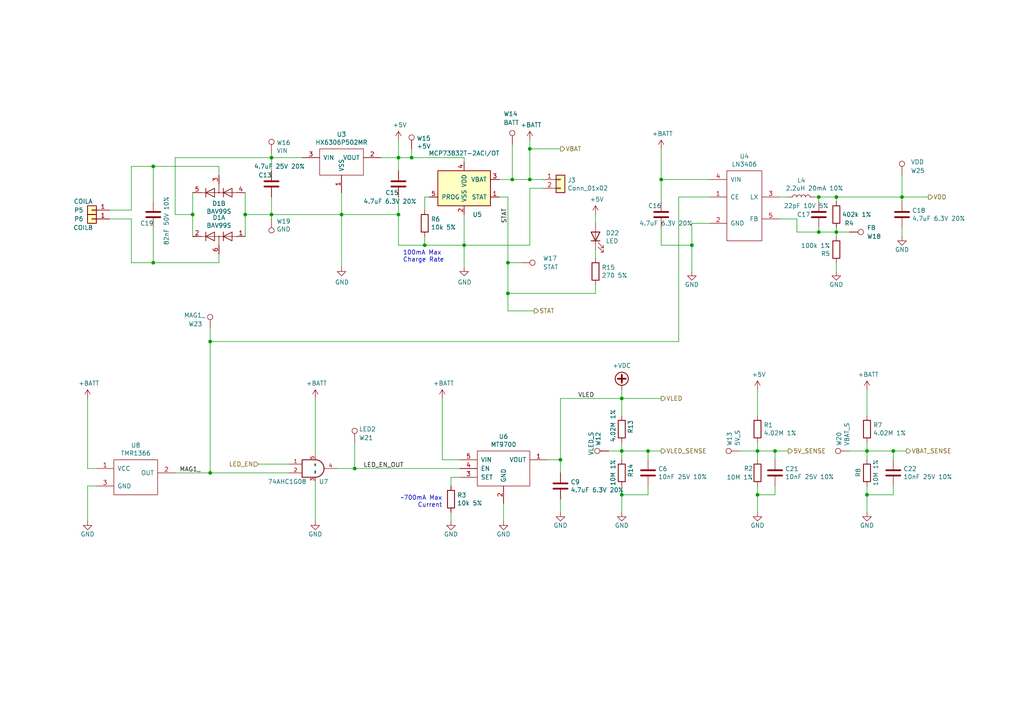
<source format=kicad_sch>
(kicad_sch (version 20211123) (generator eeschema)
  (paper "A4")
  (title_block (title "Pixels D20 Schematic, Power") (date "2020-04-13") (rev "2") (company "Systemic Games, LLC"))
  (lib_symbols
    (symbol "Connector_Generic:Conn_01x01" (pin_names (offset 1.016) hide)
      (property "Reference" "J" (at 0 2.54 0))
      (property "Value" "Conn_01x01" (at 0 -2.54 0))
      (symbol "Conn_01x01_1_1"
        (rectangle (start -1.27 0.127) (end 0 -0.127) (stroke (width 0.1524)))
        (rectangle (start -1.27 1.27) (end 1.27 -1.27) (stroke (width 0.254)) (fill (type background)))
        (pin passive line (at -5.08 0 0) (length 3.81) (name "Pin_1") (number "1"))
      )
    )
    (symbol "Connector_Generic:Conn_01x02" (pin_names (offset 1.016) hide)
      (property "Reference" "J" (at 0 2.54 0))
      (property "Value" "Conn_01x02" (at 0 -5.08 0))
      (symbol "Conn_01x02_1_1"
        (rectangle (start -1.27 -2.413) (end 0 -2.667) (stroke (width 0.1524)))
        (rectangle (start -1.27 0.127) (end 0 -0.127) (stroke (width 0.1524)))
        (rectangle (start -1.27 1.27) (end 1.27 -3.81) (stroke (width 0.254)) (fill (type background)))
        (pin passive line (at -5.08 0 0) (length 3.81) (name "Pin_1") (number "1"))
        (pin passive line (at -5.08 -2.54 0) (length 3.81) (name "Pin_2") (number "2"))
      )
    )
    (symbol "Device:C" (pin_numbers hide) (pin_names (offset 0.254))
      (property "Reference" "C" (at 0.635 2.54 0))
      (property "Value" "C" (at 0.635 -2.54 0))
      (symbol "C_0_1"
        (polyline (pts (xy -2.032 -0.762) (xy 2.032 -0.762)) (stroke (width 0.508)))
        (polyline (pts (xy -2.032 0.762) (xy 2.032 0.762)) (stroke (width 0.508)))
      )
      (symbol "C_1_1"
        (pin passive line (at 0 3.81 270) (length 2.794) (name "~") (number "1"))
        (pin passive line (at 0 -3.81 90) (length 2.794) (name "~") (number "2"))
      )
    )
    (symbol "Device:L" (pin_numbers hide) (pin_names (offset 1.016) hide)
      (property "Reference" "L" (at -1.27 0 90))
      (property "Value" "L" (at 1.905 0 90))
      (symbol "L_0_1"
        (arc (start 0 -2.54) (mid 0.635 -1.905) (end 0 -1.27))
        (arc (start 0 -1.27) (mid 0.635 -0.635) (end 0 0))
        (arc (start 0 0) (mid 0.635 0.635) (end 0 1.27))
        (arc (start 0 1.27) (mid 0.635 1.905) (end 0 2.54))
      )
      (symbol "L_1_1"
        (pin passive line (at 0 3.81 270) (length 1.27) (name "1") (number "1"))
        (pin passive line (at 0 -3.81 90) (length 1.27) (name "2") (number "2"))
      )
    )
    (symbol "Device:LED" (pin_numbers hide) (pin_names (offset 1.016) hide)
      (property "Reference" "D" (at 0 2.54 0))
      (property "Value" "LED" (at 0 -2.54 0))
      (symbol "LED_0_1"
        (polyline (pts (xy -1.27 -1.27) (xy -1.27 1.27)) (stroke (width 0.254)))
        (polyline (pts (xy -1.27 0) (xy 1.27 0)))
        (polyline (pts (xy 1.27 -1.27) (xy 1.27 1.27) (xy -1.27 0) (xy 1.27 -1.27)) (stroke (width 0.254)))
        (polyline (pts (xy -3.048 -0.762) (xy -4.572 -2.286) (xy -3.81 -2.286) (xy -4.572 -2.286) (xy -4.572 -1.524)))
        (polyline (pts (xy -1.778 -0.762) (xy -3.302 -2.286) (xy -2.54 -2.286) (xy -3.302 -2.286) (xy -3.302 -1.524)))
      )
      (symbol "LED_1_1"
        (pin passive line (at -3.81 0 0) (length 2.54) (name "K") (number "1"))
        (pin passive line (at 3.81 0 180) (length 2.54) (name "A") (number "2"))
      )
    )
    (symbol "Device:R" (pin_numbers hide) (pin_names (offset 0))
      (property "Reference" "R" (at 2.032 0 90))
      (property "Value" "R" (at 0 0 90))
      (symbol "R_0_1"
        (rectangle (start -1.016 -2.54) (end 1.016 2.54) (stroke (width 0.254)))
      )
      (symbol "R_1_1"
        (pin passive line (at 0 3.81 270) (length 1.27) (name "~") (number "1"))
        (pin passive line (at 0 -3.81 90) (length 1.27) (name "~") (number "2"))
      )
    )
    (symbol "Pixels-dice:74AHC1G08" (pin_names (offset 1.016))
      (property "Reference" "U" (at -2.54 3.81 0))
      (property "Value" "74AHC1G08" (at 0 -3.81 0))
      (symbol "74AHC1G08_0_1"
        (arc (start 0 -2.54) (mid 2.54 0) (end 0 2.54) (stroke (width 0.254)))
        (polyline (pts (xy 0 -2.54) (xy -3.81 -2.54) (xy -3.81 2.54) (xy 0 2.54)) (stroke (width 0.254)))
      )
      (symbol "74AHC1G08_1_1"
        (pin input line (at -7.62 1.27 0) (length 3.81) (name "~") (number "1"))
        (pin input line (at -7.62 -1.27 0) (length 3.81) (name "~") (number "2"))
        (pin power_in line (at 0 -3.81 90) (length 1.27) (name "GND") (number "3"))
        (pin output line (at 6.35 0 180) (length 3.81) (name "~") (number "4"))
        (pin power_in line (at 0 3.81 270) (length 1.27) (name "VCC") (number "5"))
      )
    )
    (symbol "Pixels-dice:BAV99S-diode" (pin_names (offset 0.0254) hide)
      (property "Reference" "D" (at 0 2.54 0))
      (property "Value" "BAV99S-diode" (at 0 5.08 0))
      (symbol "BAV99S-diode_0_1"
        (polyline (pts (xy -5.08 0) (xy 5.08 0)))
        (polyline (pts (xy 0 0) (xy 0 -2.54)))
        (polyline (pts (xy -1.27 -1.27) (xy -1.27 1.27) (xy -1.27 1.27)) (stroke (width 0.2032)))
        (polyline (pts (xy 3.81 1.27) (xy 3.81 -1.27) (xy 3.81 -1.27)) (stroke (width 0.2032)))
        (polyline (pts (xy -3.81 1.27) (xy -1.27 0) (xy -3.81 -1.27) (xy -3.81 1.27) (xy -3.81 1.27) (xy -3.81 1.27)) (stroke (width 0.2032)))
        (polyline (pts (xy 1.27 1.27) (xy 3.81 0) (xy 1.27 -1.27) (xy 1.27 1.27) (xy 1.27 1.27) (xy 1.27 1.27)) (stroke (width 0.2032)))
        (circle (center 0 0) (radius 0.127))
      )
      (symbol "BAV99S-diode_1_1"
        (polyline (pts (xy 6.35 0) (xy 7.62 0)))
        (pin passive line (at -7.62 0 0) (length 2.54) (name "A1") (number "1"))
        (pin passive line (at 7.62 0 180) (length 2.54) (name "K2") (number "2"))
        (pin passive line (at 0 -5.08 90) (length 2.54) (name "K3A4") (number "6"))
      )
      (symbol "BAV99S-diode_2_1"
        (polyline (pts (xy 6.35 0) (xy 7.62 0)))
        (pin passive line (at 0 -5.08 90) (length 2.54) (name "K1A2") (number "3"))
        (pin passive line (at -7.62 0 0) (length 2.54) (name "A3") (number "4"))
        (pin passive line (at 7.62 0 180) (length 2.54) (name "K4") (number "5"))
      )
    )
    (symbol "Pixels-dice:HX6306P502MR" (pin_names (offset 1.016))
      (property "Reference" "U" (at 3.81 -6.35 0))
      (property "Value" "HX6306P502MR" (at 0 3.81 0))
      (symbol "HX6306P502MR_0_1"
        (rectangle (start -6.35 2.54) (end 6.35 -5.08))
      )
      (symbol "HX6306P502MR_1_1"
        (pin power_in line (at 0 -10.16 90) (length 5.08) (name "VSS") (number "1"))
        (pin power_out line (at 11.43 0 180) (length 5.08) (name "VOUT") (number "2"))
        (pin power_in line (at -11.43 0 0) (length 5.08) (name "VIN") (number "3"))
      )
    )
    (symbol "Pixels-dice:LN3406" (pin_names (offset 1.016))
      (property "Reference" "U" (at 2.54 -11.43 0))
      (property "Value" "LN3406" (at -1.27 11.43 0))
      (symbol "LN3406_0_1"
        (rectangle (start -5.08 10.16) (end 5.08 -10.16))
      )
      (symbol "LN3406_1_1"
        (pin input line (at -10.16 2.54 0) (length 5.08) (name "CE") (number "1"))
        (pin power_in line (at -10.16 -5.08 0) (length 5.08) (name "GND") (number "2"))
        (pin power_out line (at 10.16 2.54 180) (length 5.08) (name "LX") (number "3"))
        (pin power_in line (at -10.16 7.62 0) (length 5.08) (name "VIN") (number "4"))
        (pin input line (at 10.16 -3.81 180) (length 5.08) (name "FB") (number "5"))
      )
    )
    (symbol "Pixels-dice:MCP73831-2-OT-battery_management" (pin_names (offset 1.016))
      (property "Reference" "U" (at -7.62 6.35 0))
      (property "Value" "MCP73831-2-OT-battery_management" (at 1.27 6.35 0))
      (symbol "MCP73831-2-OT-battery_management_0_1"
        (rectangle (start -7.62 5.08) (end 7.62 -5.08) (stroke (width 0.254)) (fill (type background)))
      )
      (symbol "MCP73831-2-OT-battery_management_1_1"
        (pin output line (at 10.16 -2.54 180) (length 2.54) (name "STAT") (number "1"))
        (pin power_in line (at 0 -7.62 90) (length 2.54) (name "VSS") (number "2"))
        (pin power_out line (at 10.16 2.54 180) (length 2.54) (name "VBAT") (number "3"))
        (pin power_in line (at 0 7.62 270) (length 2.54) (name "VDD") (number "4"))
        (pin input line (at -10.16 -2.54 0) (length 2.54) (name "PROG") (number "5"))
      )
    )
    (symbol "Pixels-dice:MT9700" (pin_names (offset 1.016))
      (property "Reference" "U" (at 6.35 -6.35 0))
      (property "Value" "MT9700" (at 0 6.35 0))
      (symbol "MT9700_0_1"
        (rectangle (start -7.62 5.08) (end 7.62 -5.08))
      )
      (symbol "MT9700_1_1"
        (pin power_out line (at 12.7 2.54 180) (length 5.08) (name "VOUT") (number "1"))
        (pin power_in line (at 0 -10.16 90) (length 5.08) (name "GND") (number "2"))
        (pin input line (at -12.7 -2.54 0) (length 5.08) (name "SET") (number "3"))
        (pin input line (at -12.7 0 0) (length 5.08) (name "EN") (number "4"))
        (pin power_in line (at -12.7 2.54 0) (length 5.08) (name "VIN") (number "5"))
      )
    )
    (symbol "Pixels-dice:TEST_1P-conn" (pin_numbers hide) (pin_names (offset 0.762) hide)
      (property "Reference" "W" (at 0 6.858 0))
      (property "Value" "TEST_1P-conn" (at 0 5.08 0))
      (symbol "TEST_1P-conn_0_1"
        (circle (center 0 3.302) (radius 0.762))
      )
      (symbol "TEST_1P-conn_1_1"
        (pin passive line (at 0 0 90) (length 2.54) (name "1") (number "1"))
      )
    )
    (symbol "Pixels-dice:TMR1366" (pin_names (offset 1.016))
      (property "Reference" "U" (at 3.81 -6.35 0))
      (property "Value" "TMR1366" (at 0 6.35 0))
      (symbol "TMR1366_1_1"
        (rectangle (start -6.35 5.08) (end 6.35 -5.08))
        (pin power_in line (at -11.43 2.54 0) (length 5.08) (name "VCC") (number "1"))
        (pin output line (at 11.43 1.27 180) (length 5.08) (name "OUT") (number "2"))
        (pin power_in line (at -11.43 -2.54 0) (length 5.08) (name "GND") (number "3"))
      )
    )
    (symbol "power:+5V" (power) (pin_names (offset 0))
      (property "Value" "+5V" (at 0 3.556 0))
      (symbol "+5V_0_1"
        (polyline (pts (xy -0.762 1.27) (xy 0 2.54)))
        (polyline (pts (xy 0 0) (xy 0 2.54)))
        (polyline (pts (xy 0 2.54) (xy 0.762 1.27)))
      )
      (symbol "+5V_1_1"
        (pin power_in line (at 0 0 90) (length 0) hide (name "+5V") (number "1"))
      )
    )
    (symbol "power:+BATT" (power) (pin_names (offset 0))
      (property "Value" "+BATT" (at 0 3.556 0))
      (symbol "+BATT_0_1"
        (polyline (pts (xy -0.762 1.27) (xy 0 2.54)))
        (polyline (pts (xy 0 0) (xy 0 2.54)))
        (polyline (pts (xy 0 2.54) (xy 0.762 1.27)))
      )
      (symbol "+BATT_1_1"
        (pin power_in line (at 0 0 90) (length 0) hide (name "+BATT") (number "1"))
      )
    )
    (symbol "power:+VDC" (power) (pin_names (offset 0))
      (property "Value" "+VDC" (at 0 6.35 0))
      (symbol "+VDC_0_1"
        (polyline (pts (xy -1.143 3.175) (xy 1.143 3.175)) (stroke (width 0.508)))
        (polyline (pts (xy 0 0) (xy 0 1.27)))
        (polyline (pts (xy 0 2.032) (xy 0 4.318)) (stroke (width 0.508)))
        (circle (center 0 3.175) (radius 1.905) (stroke (width 0.254)))
      )
      (symbol "+VDC_1_1"
        (pin power_in line (at 0 0 90) (length 0) hide (name "+VDC") (number "1"))
      )
    )
    (symbol "power:GND" (power) (pin_names (offset 0))
      (property "Value" "GND" (at 0 -3.81 0))
      (symbol "GND_0_1"
        (polyline (pts (xy 0 0) (xy 0 -1.27) (xy 1.27 -1.27) (xy 0 -2.54) (xy -1.27 -1.27) (xy 0 -1.27)))
      )
      (symbol "GND_1_1"
        (pin power_in line (at 0 0 270) (length 0) hide (name "GND") (number "1"))
      )
    )
  )
  (junction (at 261.62 57.15))
  (junction (at 153.67 52.07))
  (junction (at 102.87 135.89))
  (junction (at 60.96 99.06))
  (junction (at 71.12 62.23))
  (junction (at 242.57 57.15))
  (junction (at 147.32 85.09))
  (junction (at 44.45 76.2))
  (junction (at 78.74 45.72))
  (junction (at 180.34 115.57))
  (junction (at 224.79 130.81))
  (junction (at 134.62 71.12))
  (junction (at 187.96 130.81))
  (junction (at 115.57 45.72))
  (junction (at 55.88 62.23))
  (junction (at 251.46 130.81))
  (junction (at 153.67 43.18))
  (junction (at 200.66 71.12))
  (junction (at 162.56 133.35))
  (junction (at 44.45 48.26))
  (junction (at 219.71 130.81))
  (junction (at 180.34 130.81))
  (junction (at 180.34 143.51))
  (junction (at 60.96 137.16))
  (junction (at 191.77 52.07))
  (junction (at 123.19 71.12))
  (junction (at 78.74 62.23))
  (junction (at 242.57 67.31))
  (junction (at 259.08 130.81))
  (junction (at 147.32 76.2))
  (junction (at 119.38 45.72))
  (junction (at 115.57 62.23))
  (junction (at 251.46 143.51))
  (junction (at 237.49 67.31))
  (junction (at 219.71 143.51))
  (junction (at 148.59 52.07))
  (junction (at 99.06 62.23))
  (junction (at 237.49 57.15))
  (wire (pts (xy 133.35 133.35) (xy 128.27 133.35)))
  (wire (pts (xy 102.87 135.89) (xy 133.35 135.89)))
  (wire (pts (xy 91.44 139.7) (xy 91.44 151.13)))
  (wire (pts (xy 147.32 85.09) (xy 147.32 90.17)))
  (wire (pts (xy 38.1 48.26) (xy 38.1 60.96)))
  (wire (pts (xy 147.32 90.17) (xy 154.94 90.17)))
  (wire (pts (xy 99.06 62.23) (xy 99.06 77.47)))
  (wire (pts (xy 74.93 134.62) (xy 83.82 134.62)))
  (wire (pts (xy 219.71 133.35) (xy 219.71 130.81)))
  (wire (pts (xy 187.96 130.81) (xy 191.77 130.81)))
  (wire (pts (xy 259.08 143.51) (xy 251.46 143.51)))
  (wire (pts (xy 130.81 138.43) (xy 130.81 140.97)))
  (wire (pts (xy 191.77 66.04) (xy 191.77 71.12)))
  (wire (pts (xy 259.08 140.97) (xy 259.08 143.51)))
  (wire (pts (xy 60.96 137.16) (xy 83.82 137.16)))
  (wire (pts (xy 97.79 135.89) (xy 102.87 135.89)))
  (wire (pts (xy 119.38 45.72) (xy 134.62 45.72)))
  (wire (pts (xy 148.59 52.07) (xy 153.67 52.07)))
  (wire (pts (xy 242.57 67.31) (xy 242.57 66.04)))
  (wire (pts (xy 162.56 137.16) (xy 162.56 133.35)))
  (wire (pts (xy 205.74 57.15) (xy 196.85 57.15)))
  (wire (pts (xy 224.79 133.35) (xy 224.79 130.81)))
  (wire (pts (xy 172.72 62.23) (xy 172.72 64.77)))
  (wire (pts (xy 147.32 76.2) (xy 147.32 85.09)))
  (wire (pts (xy 191.77 115.57) (xy 180.34 115.57)))
  (wire (pts (xy 157.48 54.61) (xy 153.67 54.61)))
  (wire (pts (xy 200.66 64.77) (xy 205.74 64.77)))
  (wire (pts (xy 226.06 63.5) (xy 231.14 63.5)))
  (wire (pts (xy 38.1 60.96) (xy 31.75 60.96)))
  (wire (pts (xy 153.67 54.61) (xy 153.67 71.12)))
  (wire (pts (xy 119.38 43.18) (xy 119.38 45.72)))
  (wire (pts (xy 50.8 62.23) (xy 50.8 45.72)))
  (wire (pts (xy 71.12 62.23) (xy 71.12 68.58)))
  (wire (pts (xy 144.78 52.07) (xy 148.59 52.07)))
  (wire (pts (xy 191.77 58.42) (xy 191.77 52.07)))
  (wire (pts (xy 128.27 115.57) (xy 128.27 133.35)))
  (wire (pts (xy 191.77 52.07) (xy 205.74 52.07)))
  (wire (pts (xy 261.62 57.15) (xy 261.62 58.42)))
  (wire (pts (xy 158.75 133.35) (xy 162.56 133.35)))
  (wire (pts (xy 115.57 45.72) (xy 119.38 45.72)))
  (wire (pts (xy 219.71 130.81) (xy 224.79 130.81)))
  (wire (pts (xy 110.49 45.72) (xy 115.57 45.72)))
  (wire (pts (xy 134.62 62.23) (xy 134.62 71.12)))
  (wire (pts (xy 237.49 57.15) (xy 236.22 57.15)))
  (wire (pts (xy 78.74 57.15) (xy 78.74 62.23)))
  (wire (pts (xy 237.49 58.42) (xy 237.49 57.15)))
  (wire (pts (xy 123.19 71.12) (xy 134.62 71.12)))
  (wire (pts (xy 115.57 71.12) (xy 123.19 71.12)))
  (wire (pts (xy 91.44 115.57) (xy 91.44 132.08)))
  (wire (pts (xy 99.06 55.88) (xy 99.06 62.23)))
  (wire (pts (xy 63.5 48.26) (xy 44.45 48.26)))
  (wire (pts (xy 242.57 57.15) (xy 261.62 57.15)))
  (wire (pts (xy 251.46 113.03) (xy 251.46 120.65)))
  (wire (pts (xy 180.34 115.57) (xy 162.56 115.57)))
  (wire (pts (xy 78.74 45.72) (xy 78.74 49.53)))
  (wire (pts (xy 55.88 55.88) (xy 55.88 62.23)))
  (wire (pts (xy 38.1 63.5) (xy 31.75 63.5)))
  (wire (pts (xy 180.34 128.27) (xy 180.34 130.81)))
  (wire (pts (xy 219.71 128.27) (xy 219.71 130.81)))
  (wire (pts (xy 242.57 67.31) (xy 246.38 67.31)))
  (wire (pts (xy 251.46 130.81) (xy 259.08 130.81)))
  (wire (pts (xy 147.32 57.15) (xy 147.32 76.2)))
  (wire (pts (xy 55.88 62.23) (xy 50.8 62.23)))
  (wire (pts (xy 228.6 57.15) (xy 226.06 57.15)))
  (wire (pts (xy 44.45 76.2) (xy 38.1 76.2)))
  (wire (pts (xy 224.79 143.51) (xy 219.71 143.51)))
  (wire (pts (xy 162.56 43.18) (xy 153.67 43.18)))
  (wire (pts (xy 44.45 58.42) (xy 44.45 48.26)))
  (wire (pts (xy 115.57 40.64) (xy 115.57 45.72)))
  (wire (pts (xy 172.72 85.09) (xy 147.32 85.09)))
  (wire (pts (xy 200.66 64.77) (xy 200.66 71.12)))
  (wire (pts (xy 180.34 113.03) (xy 180.34 115.57)))
  (wire (pts (xy 231.14 63.5) (xy 231.14 67.31)))
  (wire (pts (xy 231.14 67.31) (xy 237.49 67.31)))
  (wire (pts (xy 224.79 140.97) (xy 224.79 143.51)))
  (wire (pts (xy 50.8 45.72) (xy 78.74 45.72)))
  (wire (pts (xy 172.72 82.55) (xy 172.72 85.09)))
  (wire (pts (xy 157.48 52.07) (xy 153.67 52.07)))
  (wire (pts (xy 259.08 130.81) (xy 262.89 130.81)))
  (wire (pts (xy 71.12 55.88) (xy 71.12 62.23)))
  (wire (pts (xy 180.34 130.81) (xy 187.96 130.81)))
  (wire (pts (xy 180.34 143.51) (xy 180.34 148.59)))
  (wire (pts (xy 242.57 57.15) (xy 237.49 57.15)))
  (wire (pts (xy 134.62 71.12) (xy 134.62 77.47)))
  (wire (pts (xy 251.46 143.51) (xy 251.46 148.59)))
  (wire (pts (xy 55.88 62.23) (xy 55.88 68.58)))
  (wire (pts (xy 78.74 62.23) (xy 71.12 62.23)))
  (wire (pts (xy 44.45 48.26) (xy 38.1 48.26)))
  (wire (pts (xy 146.05 146.05) (xy 146.05 151.13)))
  (wire (pts (xy 261.62 57.15) (xy 269.24 57.15)))
  (wire (pts (xy 134.62 46.99) (xy 134.62 45.72)))
  (wire (pts (xy 63.5 73.66) (xy 63.5 76.2)))
  (wire (pts (xy 214.63 130.81) (xy 219.71 130.81)))
  (wire (pts (xy 60.96 95.25) (xy 60.96 99.06)))
  (wire (pts (xy 123.19 57.15) (xy 123.19 60.96)))
  (wire (pts (xy 153.67 43.18) (xy 153.67 40.64)))
  (wire (pts (xy 242.57 58.42) (xy 242.57 57.15)))
  (wire (pts (xy 200.66 71.12) (xy 200.66 78.74)))
  (wire (pts (xy 219.71 143.51) (xy 219.71 148.59)))
  (wire (pts (xy 196.85 57.15) (xy 196.85 99.06)))
  (wire (pts (xy 133.35 138.43) (xy 130.81 138.43)))
  (wire (pts (xy 219.71 120.65) (xy 219.71 113.03)))
  (wire (pts (xy 172.72 72.39) (xy 172.72 74.93)))
  (wire (pts (xy 242.57 67.31) (xy 242.57 68.58)))
  (wire (pts (xy 246.38 130.81) (xy 251.46 130.81)))
  (wire (pts (xy 115.57 62.23) (xy 115.57 71.12)))
  (wire (pts (xy 251.46 130.81) (xy 251.46 133.35)))
  (wire (pts (xy 25.4 135.89) (xy 27.94 135.89)))
  (wire (pts (xy 191.77 71.12) (xy 200.66 71.12)))
  (wire (pts (xy 134.62 71.12) (xy 153.67 71.12)))
  (wire (pts (xy 115.57 62.23) (xy 115.57 57.15)))
  (wire (pts (xy 151.13 76.2) (xy 147.32 76.2)))
  (wire (pts (xy 60.96 99.06) (xy 196.85 99.06)))
  (wire (pts (xy 180.34 115.57) (xy 180.34 120.65)))
  (wire (pts (xy 162.56 115.57) (xy 162.56 133.35)))
  (wire (pts (xy 180.34 130.81) (xy 180.34 133.35)))
  (wire (pts (xy 78.74 62.23) (xy 99.06 62.23)))
  (wire (pts (xy 63.5 50.8) (xy 63.5 48.26)))
  (wire (pts (xy 60.96 99.06) (xy 60.96 137.16)))
  (wire (pts (xy 176.53 130.81) (xy 180.34 130.81)))
  (wire (pts (xy 115.57 45.72) (xy 115.57 49.53)))
  (wire (pts (xy 130.81 148.59) (xy 130.81 151.13)))
  (wire (pts (xy 180.34 140.97) (xy 180.34 143.51)))
  (wire (pts (xy 25.4 115.57) (xy 25.4 135.89)))
  (wire (pts (xy 187.96 130.81) (xy 187.96 133.35)))
  (wire (pts (xy 38.1 76.2) (xy 38.1 63.5)))
  (wire (pts (xy 144.78 57.15) (xy 147.32 57.15)))
  (wire (pts (xy 162.56 144.78) (xy 162.56 148.59)))
  (wire (pts (xy 78.74 63.5) (xy 78.74 62.23)))
  (wire (pts (xy 27.94 140.97) (xy 25.4 140.97)))
  (wire (pts (xy 237.49 67.31) (xy 237.49 66.04)))
  (wire (pts (xy 224.79 130.81) (xy 228.6 130.81)))
  (wire (pts (xy 153.67 52.07) (xy 153.67 43.18)))
  (wire (pts (xy 25.4 140.97) (xy 25.4 151.13)))
  (wire (pts (xy 124.46 57.15) (xy 123.19 57.15)))
  (wire (pts (xy 78.74 45.72) (xy 87.63 45.72)))
  (wire (pts (xy 148.59 41.91) (xy 148.59 52.07)))
  (wire (pts (xy 99.06 62.23) (xy 115.57 62.23)))
  (wire (pts (xy 63.5 76.2) (xy 44.45 76.2)))
  (wire (pts (xy 237.49 67.31) (xy 242.57 67.31)))
  (wire (pts (xy 259.08 130.81) (xy 259.08 133.35)))
  (wire (pts (xy 191.77 43.18) (xy 191.77 52.07)))
  (wire (pts (xy 261.62 66.04) (xy 261.62 68.58)))
  (wire (pts (xy 44.45 66.04) (xy 44.45 76.2)))
  (wire (pts (xy 242.57 76.2) (xy 242.57 78.74)))
  (wire (pts (xy 123.19 68.58) (xy 123.19 71.12)))
  (wire (pts (xy 187.96 140.97) (xy 187.96 143.51)))
  (wire (pts (xy 102.87 128.27) (xy 102.87 135.89)))
  (wire (pts (xy 261.62 50.8) (xy 261.62 57.15)))
  (wire (pts (xy 78.74 44.45) (xy 78.74 45.72)))
  (wire (pts (xy 251.46 140.97) (xy 251.46 143.51)))
  (wire (pts (xy 187.96 143.51) (xy 180.34 143.51)))
  (wire (pts (xy 251.46 128.27) (xy 251.46 130.81)))
  (wire (pts (xy 219.71 140.97) (xy 219.71 143.51)))
  (wire (pts (xy 50.8 137.16) (xy 60.96 137.16)))
  (text "~700mA Max\nCurrent" (at 128.27 147.32 180) (effects (font (size 1.27 1.27)) (justify right bottom)))
  (text "100mA Max\nCharge Rate" (at 116.84 76.2 0) (effects (font (size 1.27 1.27)) (justify left bottom)))
  (label "MAG1_" (at 52.07 137.16 0))
  (label "LED_EN_OUT" (at 105.41 135.89 0))
  (label "VLED" (at 167.64 115.57 0))
  (label "STAT" (at 147.32 64.77 90))
  (hierarchical_label "VBAT_SENSE" (shape output) (at 262.89 130.81 0))
  (hierarchical_label "VBAT" (shape output) (at 162.56 43.18 0))
  (hierarchical_label "VLED_SENSE" (shape output) (at 191.77 130.81 0))
  (hierarchical_label "VLED" (shape output) (at 191.77 115.57 0))
  (hierarchical_label "VDD" (shape output) (at 269.24 57.15 0))
  (hierarchical_label "STAT" (shape output) (at 154.94 90.17 0))
  (hierarchical_label "LED_EN" (shape input) (at 74.93 134.62 180))
  (hierarchical_label "5V_SENSE" (shape output) (at 228.6 130.81 0))
  (symbol (lib_id "Pixels-dice:TEST_1P-conn") (at 78.74 44.45 0) (unit 1)
    (property "Reference" "W16" (at 80.2132 41.402 0) (effects (justify left)))
    (property "Value" "VIN" (at 80.2132 43.7134 0) (effects (justify left)))
    (property "Footprint" "Pixels-dice:TEST_PIN" (effects hide))
  )
  (symbol (lib_id "Pixels-dice:TEST_1P-conn") (at 78.74 63.5 180) (unit 1)
    (property "Reference" "W19" (at 80.2132 64.1858 0) (effects (justify right)))
    (property "Value" "GND" (at 80.2132 66.4972 0) (effects (justify right)))
    (property "Footprint" "Pixels-dice:TEST_PIN" (effects hide))
  )
  (symbol (lib_id "Pixels-dice:TEST_1P-conn") (at 119.38 43.18 0) (unit 1)
    (property "Reference" "W15" (at 120.8532 40.132 0) (effects (justify left)))
    (property "Value" "+5V" (at 120.8532 42.4434 0) (effects (justify left)))
    (property "Footprint" "Pixels-dice:TEST_PIN" (effects hide))
  )
  (symbol (lib_id "Pixels-dice:TEST_1P-conn") (at 148.59 41.91 0) (unit 1)
    (property "Reference" "W14" (at 146.05 33.02 0) (effects (justify left)))
    (property "Value" "BATT" (at 146.05 35.56 0) (effects (justify left)))
    (property "Footprint" "Pixels-dice:TEST_PIN" (effects hide))
  )
  (symbol (lib_id "Pixels-dice:TEST_1P-conn") (at 246.38 67.31 270) (unit 1)
    (property "Reference" "W18" (at 251.46 68.58 90) (effects (justify left)))
    (property "Value" "FB" (at 251.46 66.04 90) (effects (justify left)))
    (property "Footprint" "Pixels-dice:TEST_PIN" (effects hide))
  )
  (symbol (lib_id "Pixels-dice:TEST_1P-conn") (at 102.87 128.27 0) (unit 1)
    (property "Reference" "W21" (at 104.14 127 0) (effects (justify left)))
    (property "Value" "LED2" (at 104.14 124.46 0) (effects (justify left)))
    (property "Footprint" "Pixels-dice:TEST_PIN" (effects hide))
  )
  (symbol (lib_id "power:+BATT") (at 128.27 115.57 0) (unit 1)
    (property "Reference" "#PWR033" (effects hide))
    (property "Value" "+BATT" (at 128.651 111.1758 0))
  )
  (symbol (lib_id "Connector_Generic:Conn_01x01") (at 26.67 60.96 180) (unit 1)
    (property "Reference" "P5" (at 22.86 60.96 0))
    (property "Value" "COILA" (at 24.13 58.42 0))
    (property "Footprint" "TestPoint:TestPoint_THTPad_D1.5mm_Drill0.7mm" (effects hide))
  )
  (symbol (lib_id "Connector_Generic:Conn_01x01") (at 26.67 63.5 180) (unit 1)
    (property "Reference" "P6" (at 22.86 63.5 0))
    (property "Value" "COILB" (at 24.13 66.04 0))
    (property "Footprint" "TestPoint:TestPoint_THTPad_D1.5mm_Drill0.7mm" (effects hide))
  )
  (symbol (lib_id "Device:L") (at 232.41 57.15 90) (unit 1)
    (property "Reference" "L4" (at 232.41 52.324 90))
    (property "Value" "2.2uH 20mA 10%" (at 236.22 54.61 90))
    (property "Footprint" "Inductor_SMD:L_0805_2012Metric" (effects hide))
    (property "Generic OK" "YES" (effects hide))
    (property "Pixels Part Number" "SMD-L004" (effects hide))
    (property "Manufacturer" "Bourns" (effects hide))
    (property "Manufacturer Part Number" "CV201210-2R2K" (effects hide))
  )
  (symbol (lib_id "Device:C") (at 261.62 62.23 0) (unit 1)
    (property "Reference" "C18" (at 264.541 61.0616 0) (effects (justify left)))
    (property "Value" "4.7uF 6.3V 20%" (at 264.541 63.373 0) (effects (justify left)))
    (property "Footprint" "Capacitor_SMD:C_0402_1005Metric" (effects hide))
    (property "Generic OK" "YES" (effects hide))
    (property "Pixels Part Number" "SMD-C002" (effects hide))
    (property "Manufacturer" "Murata" (effects hide))
    (property "Manufacturer Part Number" "GRM155R60J475ME87D" (effects hide))
  )
  (symbol (lib_id "power:GND") (at 261.62 68.58 0) (unit 1)
    (property "Reference" "#PWR028" (effects hide))
    (property "Value" "GND" (at 261.62 72.39 0))
  )
  (symbol (lib_id "power:GND") (at 200.66 78.74 0) (unit 1)
    (property "Reference" "#PWR029" (effects hide))
    (property "Value" "GND" (at 200.66 82.55 0))
  )
  (symbol (lib_id "Pixels-dice:LN3406") (at 215.9 59.69 0)
    (property "Reference" "U4" (at 215.9 45.339 0))
    (property "Value" "LN3406" (at 215.9 47.6504 0))
    (property "Footprint" "Pixels-dice:SOT-23-5" (effects hide))
    (property "Generic OK" "NO" (effects hide))
    (property "Manufacturer" "NATLINEAR" (effects hide))
    (property "Manufacturer Part Number" "XT3406AFMR-G" (effects hide))
    (property "Pixels Part Number" "SMD-U004-ALT1" (effects hide))
  )
  (symbol (lib_id "power:GND") (at 146.05 151.13 0) (unit 1)
    (property "Reference" "#PWR038" (effects hide))
    (property "Value" "GND" (at 146.05 154.94 0))
  )
  (symbol (lib_id "Device:C") (at 237.49 62.23 0)
    (property "Reference" "C17" (at 231.14 62.23 0) (effects (justify left)))
    (property "Value" "22pF 10V 5%" (at 227.33 59.69 0) (effects (justify left)))
    (property "Footprint" "Capacitor_SMD:C_0402_1005Metric" (effects hide))
    (property "Generic OK" "YES" (effects hide))
    (property "Pixels Part Number" "SMD-C007" (effects hide))
    (property "Manufacturer" "Yageo" (effects hide))
    (property "Manufacturer Part Number" "CC0402JRNPO9BN220" (effects hide))
  )
  (symbol (lib_id "Device:R") (at 242.57 72.39 180) (unit 1)
    (property "Reference" "R5" (at 240.792 73.5584 0) (effects (justify left)))
    (property "Value" "100k 1%" (at 240.792 71.247 0) (effects (justify left)))
    (property "Footprint" "Resistor_SMD:R_0402_1005Metric" (effects hide))
    (property "Generic OK" "YES" (effects hide))
    (property "Pixels Part Number" "SMD-R006" (effects hide))
    (property "Manufacturer" "Vishay" (effects hide))
    (property "Manufacturer Part Number" "CRCW0402100KFKEDC" (effects hide))
  )
  (symbol (lib_id "Device:R") (at 242.57 62.23 180) (unit 1)
    (property "Reference" "R4" (at 247.65 64.77 0) (effects (justify left)))
    (property "Value" "402k 1%" (at 252.73 62.23 0) (effects (justify left)))
    (property "Footprint" "Resistor_SMD:R_0402_1005Metric" (effects hide))
    (property "Generic OK" "YES" (effects hide))
    (property "Pixels Part Number" "SMD-R001" (effects hide))
    (property "Manufacturer" "Yageo" (effects hide))
    (property "Manufacturer Part Number" "RC0402FR-07402KL" (effects hide))
  )
  (symbol (lib_id "Device:R") (at 251.46 124.46 0) (unit 1)
    (property "Reference" "R7" (at 253.238 123.2916 0) (effects (justify left)))
    (property "Value" "4.02M 1%" (at 253.238 125.603 0) (effects (justify left)))
    (property "Footprint" "Resistor_SMD:R_0402_1005Metric" (effects hide))
    (property "Generic OK" "YES" (effects hide))
    (property "Pixels Part Number" "SMD-R003" (effects hide))
    (property "Manufacturer" "Vishay" (effects hide))
    (property "Manufacturer Part Number" "CRCW04024M02FKED" (effects hide))
  )
  (symbol (lib_id "Device:R") (at 251.46 137.16 0) (unit 1)
    (property "Reference" "R8" (at 248.92 138.43 90) (effects (justify left)))
    (property "Value" "10M 1%" (at 254 140.97 90) (effects (justify left)))
    (property "Footprint" "Resistor_SMD:R_0402_1005Metric" (effects hide))
    (property "Generic OK" "YES" (effects hide))
    (property "Pixels Part Number" "SMD-R004" (effects hide))
    (property "Manufacturer" "Yageo" (effects hide))
    (property "Manufacturer Part Number" "RC0402FR-0710ML" (effects hide))
  )
  (symbol (lib_id "Device:C") (at 259.08 137.16 0) (unit 1)
    (property "Reference" "C22" (at 262.001 135.9916 0) (effects (justify left)))
    (property "Value" "10nF 25V 10%" (at 262.001 138.303 0) (effects (justify left)))
    (property "Footprint" "Capacitor_SMD:C_0402_1005Metric" (effects hide))
    (property "Generic OK" "YES" (effects hide))
    (property "Pixels Part Number" "SMD-C009" (effects hide))
    (property "Manufacturer" "Yageo" (effects hide))
    (property "Manufacturer Part Number" "AC0402KPX7R9BB103" (effects hide))
  )
  (symbol (lib_id "power:GND") (at 251.46 148.59 0) (unit 1)
    (property "Reference" "#PWR041" (effects hide))
    (property "Value" "GND" (at 251.46 152.4 0))
  )
  (symbol (lib_id "power:GND") (at 242.57 78.74 0) (unit 1)
    (property "Reference" "#PWR030" (effects hide))
    (property "Value" "GND" (at 242.57 82.55 0))
  )
  (symbol (lib_id "power:GND") (at 25.4 151.13 0) (unit 1)
    (property "Reference" "#PWR039" (effects hide))
    (property "Value" "GND" (at 25.4 154.94 0))
  )
  (symbol (lib_id "Device:C") (at 191.77 62.23 0) (unit 1)
    (property "Reference" "C16" (at 187.96 59.69 0) (effects (justify left)))
    (property "Value" "4.7uF 6.3V 20%" (at 185.42 64.77 0) (effects (justify left)))
    (property "Footprint" "Capacitor_SMD:C_0402_1005Metric" (effects hide))
    (property "Generic OK" "YES" (effects hide))
    (property "Pixels Part Number" "SMD-C002" (effects hide))
    (property "Manufacturer" "Murata" (effects hide))
    (property "Manufacturer Part Number" "GRM155R60J475ME87D" (effects hide))
  )
  (symbol (lib_id "Pixels-dice:BAV99S-diode") (at 63.5 68.58 0) (mirror y) (unit 1)
    (property "Reference" "D1" (at 63.5 63.0936 0))
    (property "Value" "BAV99S" (at 63.5 65.405 0))
    (property "Footprint" "Package_TO_SOT_SMD:SOT-363_SC-70-6" (effects hide))
    (property "Datasheet" "https://assets.nexperia.com/documents/data-sheet/BAV99_SER.pdf" (effects hide))
    (property "Generic OK" "YES" (effects hide))
    (property "Manufacturer" "Infineon" (effects hide))
    (property "Manufacturer Part Number" "BAV99SH6327XTSA1" (effects hide))
    (property "Pixels Part Number" "SMD-D001" (effects hide))
  )
  (symbol (lib_id "Pixels-dice:BAV99S-diode") (at 63.5 55.88 180) (unit 2)
    (property "Reference" "D1" (at 63.5 59.0296 0))
    (property "Value" "BAV99S" (at 63.5 61.341 0))
    (property "Footprint" "Package_TO_SOT_SMD:SOT-363_SC-70-6" (effects hide))
    (property "Datasheet" "https://assets.nexperia.com/documents/data-sheet/BAV99_SER.pdf" (effects hide))
    (property "Generic OK" "YES" (effects hide))
    (property "Manufacturer" "Infineon" (effects hide))
    (property "Manufacturer Part Number" "BAV99SH6327XTSA1" (effects hide))
    (property "Pixels Part Number" "SMD-D001" (effects hide))
  )
  (symbol (lib_id "Device:C") (at 44.45 62.23 0) (unit 1)
    (property "Reference" "C19" (at 40.64 64.77 0) (effects (justify left)))
    (property "Value" "82nF 50V 10%" (at 48.26 71.12 90) (effects (justify left)))
    (property "Footprint" "Capacitor_SMD:C_0402_1005Metric" (effects hide))
    (property "Generic OK" "YES" (effects hide))
    (property "Pixels Part Number" "SMD-C011" (effects hide))
    (property "Manufacturer" "Murata" (effects hide))
    (property "Manufacturer Part Number" "GRM155R71H823KE14D" (effects hide))
  )
  (symbol (lib_id "Device:C") (at 78.74 53.34 0) (unit 1)
    (property "Reference" "C13" (at 74.93 50.8 0) (effects (justify left)))
    (property "Value" "4.7uF 25V 20%" (at 73.66 48.26 0) (effects (justify left)))
    (property "Footprint" "Capacitor_SMD:C_0603_1608Metric" (effects hide))
    (property "Generic OK" "YES" (effects hide))
    (property "Pixels Part Number" "SMD-C010" (effects hide))
    (property "Manufacturer" "Murata" (effects hide))
    (property "Manufacturer Part Number" "GRM188R61E475KE11D" (effects hide))
  )
  (symbol (lib_id "power:GND") (at 99.06 77.47 0) (unit 1)
    (property "Reference" "#PWR031" (effects hide))
    (property "Value" "GND" (at 99.187 81.8642 0))
  )
  (symbol (lib_id "Device:C") (at 115.57 53.34 0) (unit 1)
    (property "Reference" "C15" (at 111.76 55.88 0) (effects (justify left)))
    (property "Value" "4.7uF 6.3V 20%" (at 105.41 58.42 0) (effects (justify left)))
    (property "Footprint" "Capacitor_SMD:C_0402_1005Metric" (effects hide))
    (property "Generic OK" "YES" (effects hide))
    (property "Pixels Part Number" "SMD-C002" (effects hide))
    (property "Manufacturer" "Murata" (effects hide))
    (property "Manufacturer Part Number" "GRM155R60J475ME87D" (effects hide))
  )
  (symbol (lib_id "power:+5V") (at 115.57 40.64 0) (unit 1)
    (property "Reference" "#PWR027" (effects hide))
    (property "Value" "+5V" (at 115.951 36.2458 0))
  )
  (symbol (lib_id "Pixels-dice:MCP73831-2-OT-battery_management") (at 134.62 54.61 0) (unit 1)
    (property "Reference" "U5" (at 138.43 62.23 0))
    (property "Value" "MCP73832T-2ACI/OT" (at 134.62 44.45 0))
    (property "Footprint" "Package_TO_SOT_SMD:SOT-23-5" (effects hide))
    (property "Datasheet" "http://ww1.microchip.com/downloads/en/DeviceDoc/20001984g.pdf" (effects hide))
    (property "Generic OK" "NO" (effects hide))
    (property "Manufacturer" "Microchip" (effects hide))
    (property "Manufacturer Part Number" "MCP73832T-2ACI/OT" (effects hide))
    (property "Pixels Part Number" "SMD-U005" (effects hide))
  )
  (symbol (lib_id "Device:R") (at 123.19 64.77 0) (unit 1)
    (property "Reference" "R6" (at 124.968 63.6016 0) (effects (justify left)))
    (property "Value" "10k 5%" (at 124.968 65.913 0) (effects (justify left)))
    (property "Footprint" "Resistor_SMD:R_0402_1005Metric" (effects hide))
    (property "Generic OK" "YES" (effects hide))
    (property "Pixels Part Number" "SMD-R002" (effects hide))
    (property "Manufacturer" "Yageo" (effects hide))
    (property "Manufacturer Part Number" "RC0402JR-0710KL" (effects hide))
  )
  (symbol (lib_id "power:GND") (at 134.62 77.47 0) (unit 1)
    (property "Reference" "#PWR032" (effects hide))
    (property "Value" "GND" (at 134.747 81.8642 0))
  )
  (symbol (lib_id "power:+BATT") (at 153.67 40.64 0) (unit 1)
    (property "Reference" "#PWR026" (effects hide))
    (property "Value" "+BATT" (at 154.051 36.2458 0))
  )
  (symbol (lib_id "power:+BATT") (at 191.77 43.18 0) (unit 1)
    (property "Reference" "#PWR025" (effects hide))
    (property "Value" "+BATT" (at 192.151 38.7858 0))
  )
  (symbol (lib_id "power:+BATT") (at 25.4 115.57 0) (unit 1)
    (property "Reference" "#PWR036" (effects hide))
    (property "Value" "+BATT" (at 25.781 111.1758 0))
  )
  (symbol (lib_id "power:+BATT") (at 251.46 113.03 0) (unit 1)
    (property "Reference" "#PWR035" (effects hide))
    (property "Value" "+BATT" (at 251.841 108.6358 0))
  )
  (symbol (lib_id "Pixels-dice:TEST_1P-conn") (at 60.96 95.25 0) (unit 1)
    (property "Reference" "W23" (at 54.61 93.98 0) (effects (justify left)))
    (property "Value" "MAG1_" (at 53.34 91.44 0) (effects (justify left)))
    (property "Footprint" "Pixels-dice:TEST_PIN" (effects hide))
  )
  (symbol (lib_id "Pixels-dice:74AHC1G08") (at 91.44 135.89 0) (unit 1)
    (property "Reference" "U7" (at 95.25 139.7 0) (effects (justify right)))
    (property "Value" "74AHC1G08" (at 88.9 139.7 0) (effects (justify right)))
    (property "Footprint" "Pixels-dice:SOT-353_SC-70-5" (effects hide))
    (property "Datasheet" "http://www.ti.com/lit/sg/scyt129e/scyt129e.pdf" (effects hide))
    (property "Generic OK" "YES" (effects hide))
    (property "Manufacturer" "Texas Instruments" (effects hide))
    (property "Manufacturer Part Number" "SN74AHC1G08DCKR" (effects hide))
    (property "Pixels Part Number" "SMD-U007" (effects hide))
  )
  (symbol (lib_id "power:+BATT") (at 91.44 115.57 0) (unit 1)
    (property "Reference" "#PWR020" (effects hide))
    (property "Value" "+BATT" (at 91.821 111.1758 0))
  )
  (symbol (lib_id "power:GND") (at 91.44 151.13 0) (unit 1)
    (property "Reference" "#PWR034" (effects hide))
    (property "Value" "GND" (at 91.44 154.94 0))
  )
  (symbol (lib_id "Device:R") (at 219.71 137.16 180) (unit 1)
    (property "Reference" "R2" (at 218.44 135.89 0) (effects (justify left)))
    (property "Value" "10M 1%" (at 218.44 138.43 0) (effects (justify left)))
    (property "Footprint" "Resistor_SMD:R_0402_1005Metric" (effects hide))
    (property "Generic OK" "YES" (effects hide))
    (property "Pixels Part Number" "SMD-R004" (effects hide))
    (property "Manufacturer" "Yageo" (effects hide))
    (property "Manufacturer Part Number" "RC0402FR-0710ML" (effects hide))
  )
  (symbol (lib_id "Device:R") (at 219.71 124.46 0) (unit 1)
    (property "Reference" "R1" (at 221.488 123.2916 0) (effects (justify left)))
    (property "Value" "4.02M 1%" (at 221.488 125.603 0) (effects (justify left)))
    (property "Footprint" "Resistor_SMD:R_0402_1005Metric" (effects hide))
    (property "Generic OK" "YES" (effects hide))
    (property "Pixels Part Number" "SMD-R003" (effects hide))
    (property "Manufacturer" "Vishay" (effects hide))
    (property "Manufacturer Part Number" "CRCW04024M02FKED" (effects hide))
  )
  (symbol (lib_id "power:GND") (at 219.71 148.59 0) (unit 1)
    (property "Reference" "#PWR010" (effects hide))
    (property "Value" "GND" (at 219.71 152.4 0))
  )
  (symbol (lib_id "Pixels-dice:TEST_1P-conn") (at 214.63 130.81 90) (unit 1)
    (property "Reference" "W13" (at 211.582 129.3368 0) (effects (justify left)))
    (property "Value" "5V_S" (at 213.8934 129.3368 0) (effects (justify left)))
    (property "Footprint" "Pixels-dice:TEST_PIN" (effects hide))
  )
  (symbol (lib_id "Pixels-dice:TEST_1P-conn") (at 261.62 50.8 0) (unit 1)
    (property "Reference" "W25" (at 264.16 49.53 0) (effects (justify left)))
    (property "Value" "VDD" (at 264.16 46.99 0) (effects (justify left)))
    (property "Footprint" "Pixels-dice:TEST_PIN" (effects hide))
  )
  (symbol (lib_id "Pixels-dice:TEST_1P-conn") (at 151.13 76.2 270) (unit 1)
    (property "Reference" "W17" (at 157.48 74.93 90) (effects (justify left)))
    (property "Value" "STAT" (at 157.48 77.47 90) (effects (justify left)))
    (property "Footprint" "Pixels-dice:TEST_PIN" (effects hide))
  )
  (symbol (lib_id "power:+5V") (at 219.71 113.03 0) (unit 1)
    (property "Reference" "#PWR086" (effects hide))
    (property "Value" "+5V" (at 220.091 108.6358 0))
  )
  (symbol (lib_id "Device:R") (at 180.34 124.46 0) (unit 1)
    (property "Reference" "R13" (at 182.88 125.73 90) (effects (justify left)))
    (property "Value" "4.02M 1%" (at 177.8 128.27 90) (effects (justify left)))
    (property "Footprint" "Resistor_SMD:R_0402_1005Metric" (effects hide))
    (property "Generic OK" "YES" (effects hide))
    (property "Pixels Part Number" "SMD-R003" (effects hide))
    (property "Manufacturer" "Vishay" (effects hide))
    (property "Manufacturer Part Number" "CRCW04024M02FKED" (effects hide))
  )
  (symbol (lib_id "Device:R") (at 180.34 137.16 0) (unit 1)
    (property "Reference" "R14" (at 182.88 138.43 90) (effects (justify left)))
    (property "Value" "10M 1%" (at 177.8 140.97 90) (effects (justify left)))
    (property "Footprint" "Resistor_SMD:R_0402_1005Metric" (effects hide))
    (property "Generic OK" "YES" (effects hide))
    (property "Pixels Part Number" "SMD-R004" (effects hide))
    (property "Manufacturer" "Yageo" (effects hide))
    (property "Manufacturer Part Number" "RC0402FR-0710ML" (effects hide))
  )
  (symbol (lib_id "Device:C") (at 187.96 137.16 0) (unit 1)
    (property "Reference" "C6" (at 190.881 135.9916 0) (effects (justify left)))
    (property "Value" "10nF 25V 10%" (at 190.881 138.303 0) (effects (justify left)))
    (property "Footprint" "Capacitor_SMD:C_0402_1005Metric" (effects hide))
    (property "Generic OK" "YES" (effects hide))
    (property "Pixels Part Number" "SMD-C009" (effects hide))
    (property "Manufacturer" "Yageo" (effects hide))
    (property "Manufacturer Part Number" "AC0402KPX7R9BB103" (effects hide))
  )
  (symbol (lib_id "power:GND") (at 180.34 148.59 0) (unit 1)
    (property "Reference" "#PWR079" (effects hide))
    (property "Value" "GND" (at 180.34 152.4 0))
  )
  (symbol (lib_id "power:+VDC") (at 180.34 113.03 0) (unit 1)
    (property "Reference" "#PWR040" (effects hide))
    (property "Value" "+VDC" (at 180.34 106.045 0))
  )
  (symbol (lib_id "Device:C") (at 224.79 137.16 0) (unit 1)
    (property "Reference" "C21" (at 227.711 135.9916 0) (effects (justify left)))
    (property "Value" "10nF 25V 10%" (at 227.711 138.303 0) (effects (justify left)))
    (property "Footprint" "Capacitor_SMD:C_0402_1005Metric" (effects hide))
    (property "Generic OK" "YES" (effects hide))
    (property "Pixels Part Number" "SMD-C009" (effects hide))
    (property "Manufacturer" "Yageo" (effects hide))
    (property "Manufacturer Part Number" "AC0402KPX7R9BB103" (effects hide))
  )
  (symbol (lib_id "Pixels-dice:TEST_1P-conn") (at 246.38 130.81 90) (unit 1)
    (property "Reference" "W20" (at 243.332 129.3368 0) (effects (justify left)))
    (property "Value" "VBAT_S" (at 245.6434 129.3368 0) (effects (justify left)))
    (property "Footprint" "Pixels-dice:TEST_PIN" (effects hide))
  )
  (symbol (lib_id "Pixels-dice:TEST_1P-conn") (at 176.53 130.81 90) (unit 1)
    (property "Reference" "W12" (at 173.482 129.3368 0) (effects (justify left)))
    (property "Value" "VLED_S" (at 171.45 132.08 0) (effects (justify left)))
    (property "Footprint" "Pixels-dice:TEST_PIN" (effects hide))
  )
  (symbol (lib_id "Device:LED") (at 172.72 68.58 90) (unit 1)
    (property "Reference" "D22" (at 175.6918 67.5894 90) (effects (justify right)))
    (property "Value" "LED" (at 175.6918 69.9008 90) (effects (justify right)))
    (property "Footprint" "LED_SMD:LED_0402_1005Metric" (effects hide))
    (property "Generic OK" "YES" (effects hide))
    (property "Manufacturer" "Inolux" (effects hide))
    (property "Manufacturer Part Number" "IN-S42CTQIR" (effects hide))
    (property "Pixels Part Number" "SMD-D003-ALT2" (effects hide))
  )
  (symbol (lib_id "Device:R") (at 172.72 78.74 0) (unit 1)
    (property "Reference" "R15" (at 174.498 77.5716 0) (effects (justify left)))
    (property "Value" "270 5%" (at 174.498 79.883 0) (effects (justify left)))
    (property "Footprint" "Resistor_SMD:R_0402_1005Metric" (effects hide))
    (property "Generic OK" "YES" (effects hide))
    (property "Pixels Part Number" "SMD-R008" (effects hide))
    (property "Manufacturer" "Vishay" (effects hide))
    (property "Manufacturer Part Number" "CRCW0402200RJNED" (effects hide))
  )
  (symbol (lib_id "power:+5V") (at 172.72 62.23 0) (unit 1)
    (property "Reference" "#PWR088" (effects hide))
    (property "Value" "+5V" (at 173.101 57.8358 0))
  )
  (symbol (lib_id "Pixels-dice:HX6306P502MR") (at 99.06 45.72 0) (unit 1)
    (property "Reference" "U3" (at 99.06 38.989 0))
    (property "Value" "HX6306P502MR" (at 99.06 41.3004 0))
    (property "Footprint" "Pixels-dice:SOT-23" (effects hide))
    (property "Manufacturer" "HX(hengjiaxing)" (effects hide))
    (property "Manufacturer Part Number" "HX6306P502MR" (effects hide))
    (property "Pixels Part Number" "SMD-U003-ALT2" (effects hide))
    (property "Generic OK" "NO" (effects hide))
  )
  (symbol (lib_id "Connector_Generic:Conn_01x02") (at 162.56 52.07 0) (unit 1)
    (property "Reference" "J3" (at 164.592 52.2732 0) (effects (justify left)))
    (property "Value" "Conn_01x02" (at 164.592 54.5846 0) (effects (justify left)))
    (property "Footprint" "Pixels-dice:Hongjie 10100 Connector" (effects hide))
  )
  (symbol (lib_id "Pixels-dice:TMR1366") (at 39.37 138.43 0) (unit 1)
    (property "Reference" "U8" (at 39.37 129.159 0))
    (property "Value" "TMR1366" (at 39.37 131.4704 0))
    (property "Footprint" "Package_TO_SOT_SMD:SOT-23" (effects hide))
    (property "Generic OK" "NO" (effects hide))
    (property "Manufacturer" "Multi Dimension" (effects hide))
    (property "Manufacturer Part Number" "TMR1366S" (effects hide))
    (property "Pixels Part Number" "SMD-U008-ALT8" (effects hide))
  )
  (symbol (lib_id "Device:C") (at 162.56 140.97 0) (unit 1)
    (property "Reference" "C9" (at 165.481 139.8016 0) (effects (justify left)))
    (property "Value" "4.7uF 6.3V 20%" (at 165.481 142.113 0) (effects (justify left)))
    (property "Footprint" "Capacitor_SMD:C_0402_1005Metric" (effects hide))
    (property "Generic OK" "YES" (effects hide))
    (property "Pixels Part Number" "SMD-C002" (effects hide))
    (property "Manufacturer" "Murata" (effects hide))
    (property "Manufacturer Part Number" "GRM155R60J475ME87D" (effects hide))
  )
  (symbol (lib_id "power:GND") (at 162.56 148.59 0) (unit 1)
    (property "Reference" "#PWR0142" (effects hide))
    (property "Value" "GND" (at 162.56 152.4 0))
  )
  (symbol (lib_id "Pixels-dice:MT9700") (at 146.05 135.89 0) (unit 1)
    (property "Reference" "U6" (at 146.05 126.619 0))
    (property "Value" "MT9700" (at 146.05 128.9304 0))
    (property "Footprint" "Pixels-dice:SOT-23-5" (effects hide))
    (property "Manufacturer" "XI'AN Aerosemi Tech" (effects hide))
    (property "Manufacturer Part Number" "MT9700" (effects hide))
    (property "Pixels Part Number" "SMD-U006-ALT2" (effects hide))
    (property "Generic OK" "NO" (effects hide))
  )
  (symbol (lib_id "Device:R") (at 130.81 144.78 0) (unit 1)
    (property "Reference" "R3" (at 132.588 143.6116 0) (effects (justify left)))
    (property "Value" "10k 5%" (at 132.588 145.923 0) (effects (justify left)))
    (property "Footprint" "Resistor_SMD:R_0402_1005Metric" (effects hide))
    (property "Generic OK" "YES" (effects hide))
    (property "Manufacturer" "Yageo" (effects hide))
    (property "Manufacturer Part Number" "RC0402JR-0710KL" (effects hide))
    (property "Pixels Part Number" "SMD-R002" (effects hide))
  )
  (symbol (lib_id "power:GND") (at 130.81 151.13 0) (unit 1)
    (property "Reference" "#PWR0101" (effects hide))
    (property "Value" "GND" (at 130.81 154.94 0))
  )
)
</source>
